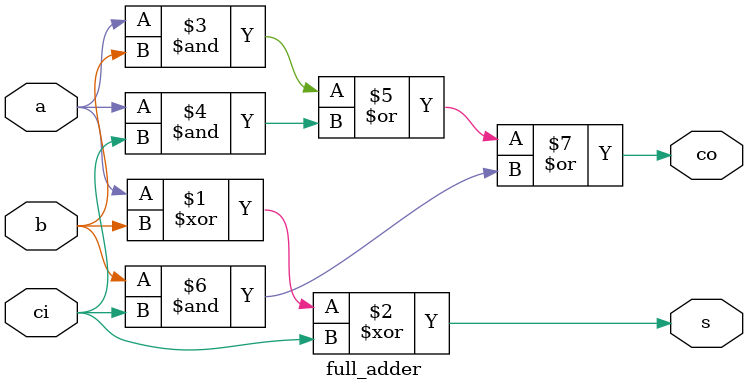
<source format=v>

module Part1(SW, LEDR, LEDG);
	input [8:0] SW;
	output [8:0] LEDR;
	output [4:0] LEDG;
	
	wire [2:0] co;
	
	full_adder FA0(SW[0],SW[4],SW[8],LEDG[0],co[0]);
	full_adder FA1(SW[1],SW[5],co[0],LEDG[1],co[1]);
	full_adder FA2(SW[2],SW[6],co[1],LEDG[2],co[2]);
	full_adder FA3(SW[3],SW[7],co[2],LEDG[3],LEDG[4]);
	assign LEDR = SW;
	
endmodule

module full_adder(a, b, ci, s, co);
	input a, b, ci;
	output wire s, co;
	
	assign s = a ^ b ^ ci;
	assign co = (a & b) | (a & ci) | (b & ci);
	
endmodule

</source>
